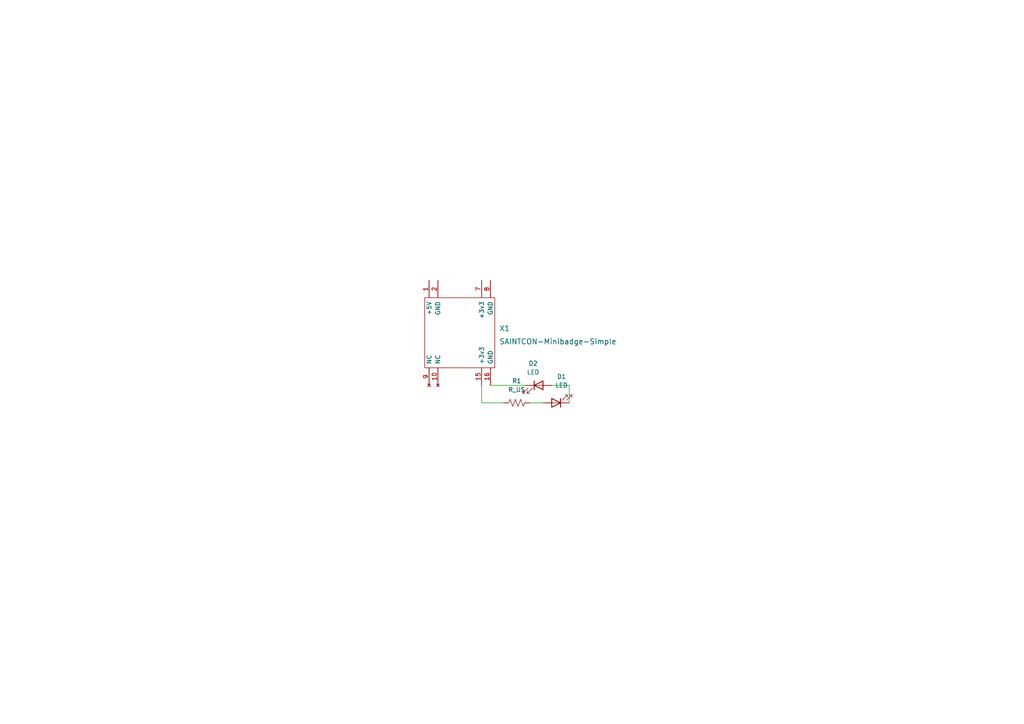
<source format=kicad_sch>
(kicad_sch (version 20211123) (generator eeschema)
  (paper "A4")
  (lib_symbols
    (symbol "Device:LED" (pin_numbers hide) (pin_names (offset 1.016) hide)
      (property "Reference" "D" (at 0 2.54 0))
      (property "Value" "LED" (at 0 -2.54 0))
      (symbol "LED_0_1"
        (polyline (pts (xy -1.27 -1.27) (xy -1.27 1.27)) (stroke (width 0.254)))
        (polyline (pts (xy -1.27 0) (xy 1.27 0)))
        (polyline (pts (xy 1.27 -1.27) (xy 1.27 1.27) (xy -1.27 0) (xy 1.27 -1.27)) (stroke (width 0.254)))
        (polyline (pts (xy -3.048 -0.762) (xy -4.572 -2.286) (xy -3.81 -2.286) (xy -4.572 -2.286) (xy -4.572 -1.524)))
        (polyline (pts (xy -1.778 -0.762) (xy -3.302 -2.286) (xy -2.54 -2.286) (xy -3.302 -2.286) (xy -3.302 -1.524)))
      )
      (symbol "LED_1_1"
        (pin passive line (at -3.81 0 0) (length 2.54) (name "K") (number "1"))
        (pin passive line (at 3.81 0 180) (length 2.54) (name "A") (number "2"))
      )
    )
    (symbol "Device:R_US" (pin_numbers hide) (pin_names (offset 0))
      (property "Reference" "R" (at 2.54 0 90))
      (property "Value" "R_US" (at -2.54 0 90))
      (symbol "R_US_0_1"
        (polyline (pts (xy 0 -2.286) (xy 0 -2.54)))
        (polyline (pts (xy 0 2.286) (xy 0 2.54)))
        (polyline (pts (xy 0 -0.762) (xy 1.016 -1.143) (xy 0 -1.524) (xy -1.016 -1.905) (xy 0 -2.286)))
        (polyline (pts (xy 0 0.762) (xy 1.016 0.381) (xy 0 0) (xy -1.016 -0.381) (xy 0 -0.762)))
        (polyline (pts (xy 0 2.286) (xy 1.016 1.905) (xy 0 1.524) (xy -1.016 1.143) (xy 0 0.762)))
      )
      (symbol "R_US_1_1"
        (pin passive line (at 0 3.81 270) (length 1.27) (name "~") (number "1"))
        (pin passive line (at 0 -3.81 90) (length 1.27) (name "~") (number "2"))
      )
    )
    (symbol "saintcon-minibadge:SAINTCON-Minibadge-Simple" (pin_names (offset 1.016))
      (property "Reference" "X" (at 11.43 8.89 0))
      (property "Value" "SAINTCON-Minibadge-Simple" (at 11.43 6.35 0))
      (symbol "SAINTCON-Minibadge-Simple_0_1"
        (rectangle (start -10.16 10.16) (end 10.16 -10.16))
      )
      (symbol "SAINTCON-Minibadge-Simple_1_1"
        (pin power_in line (at -8.89 15.24 270) (length 5.08) (name "+5V") (number "1"))
        (pin no_connect line (at -6.35 -15.24 90) (length 5.08) (name "NC") (number "10"))
        (pin power_in line (at 6.35 -15.24 90) (length 5.08) (name "+3v3") (number "15"))
        (pin power_in line (at 8.89 -15.24 90) (length 5.08) (name "GND") (number "16"))
        (pin power_in line (at -6.35 15.24 270) (length 5.08) (name "GND") (number "2"))
        (pin power_in line (at 6.35 15.24 270) (length 5.08) (name "+3v3") (number "7"))
        (pin power_in line (at 8.89 15.24 270) (length 5.08) (name "GND") (number "8"))
        (pin no_connect line (at -8.89 -15.24 90) (length 5.08) (name "NC") (number "9"))
      )
    )
  )
  (wire (pts (xy 139.7 111.76) (xy 139.7 116.84)))
  (wire (pts (xy 165.1 116.84) (xy 165.1 111.76)))
  (wire (pts (xy 142.24 111.76) (xy 152.4 111.76)))
  (wire (pts (xy 160.02 111.76) (xy 165.1 111.76)))
  (wire (pts (xy 153.67 116.84) (xy 157.48 116.84)))
  (wire (pts (xy 139.7 116.84) (xy 146.05 116.84)))
  (symbol (lib_id "Device:LED") (at 156.21 111.76 0) (unit 1)
    (property "Reference" "D2" (at 154.6225 105.41 0))
    (property "Value" "LED" (at 154.6225 107.95 0))
    (property "Footprint" "LED_SMD:LED_1206_3216Metric_Pad1.42x1.75mm_HandSolder" (effects hide))
  )
  (symbol (lib_id "Device:LED") (at 161.29 116.84 180) (unit 1)
    (property "Reference" "D1" (at 162.8775 109.22 0))
    (property "Value" "LED" (at 162.8775 111.76 0))
    (property "Footprint" "LED_SMD:LED_1206_3216Metric_Pad1.42x1.75mm_HandSolder" (effects hide))
  )
  (symbol (lib_id "Device:R_US") (at 149.86 116.84 90) (unit 1)
    (property "Reference" "R1" (at 149.86 110.49 90))
    (property "Value" "R_US" (at 149.86 113.03 90))
    (property "Footprint" "Resistor_SMD:R_1206_3216Metric_Pad1.30x1.75mm_HandSolder" (effects hide))
  )
  (symbol (lib_id "saintcon-minibadge:SAINTCON-Minibadge-Simple") (at 133.35 96.52 0) (unit 1)
    (property "Reference" "X1" (at 144.78 95.25 0) (effects (font (size 1.524 1.524)) (justify left)))
    (property "Value" "SAINTCON-Minibadge-Simple" (at 144.78 99.06 0) (effects (font (size 1.524 1.524)) (justify left)))
    (property "Footprint" "minibadge_kicad:SAINTCON-Minibadge-Simple" (effects hide))
  )
)
</source>
